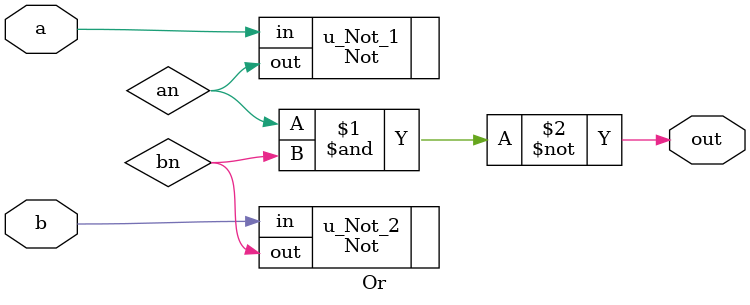
<source format=v>
`timescale 1ns / 1ps

module Or (
    input   a   ,
    input   b   ,
    output  out );

    Not u_Not_1(
        .in     (a  ),
        .out    (an )
    );

    Not u_Not_2(
        .in     (b  ),
        .out    (bn )
    );

    nand (out, an, bn);
    
endmodule
</source>
